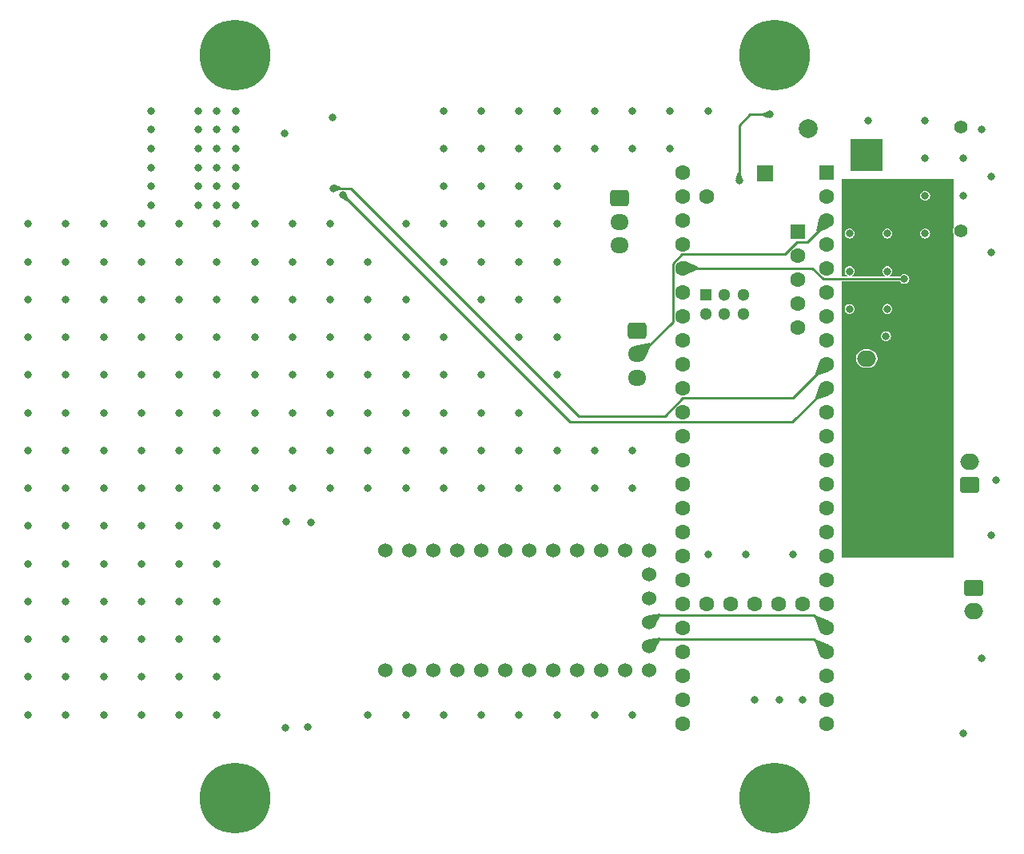
<source format=gbl>
G04 #@! TF.GenerationSoftware,KiCad,Pcbnew,8.0.1*
G04 #@! TF.CreationDate,2025-04-08T18:27:35-04:00*
G04 #@! TF.ProjectId,GHOUL_V1.0,47484f55-4c5f-4563-912e-302e6b696361,rev?*
G04 #@! TF.SameCoordinates,Original*
G04 #@! TF.FileFunction,Copper,L4,Bot*
G04 #@! TF.FilePolarity,Positive*
%FSLAX46Y46*%
G04 Gerber Fmt 4.6, Leading zero omitted, Abs format (unit mm)*
G04 Created by KiCad (PCBNEW 8.0.1) date 2025-04-08 18:27:35*
%MOMM*%
%LPD*%
G01*
G04 APERTURE LIST*
G04 Aperture macros list*
%AMRoundRect*
0 Rectangle with rounded corners*
0 $1 Rounding radius*
0 $2 $3 $4 $5 $6 $7 $8 $9 X,Y pos of 4 corners*
0 Add a 4 corners polygon primitive as box body*
4,1,4,$2,$3,$4,$5,$6,$7,$8,$9,$2,$3,0*
0 Add four circle primitives for the rounded corners*
1,1,$1+$1,$2,$3*
1,1,$1+$1,$4,$5*
1,1,$1+$1,$6,$7*
1,1,$1+$1,$8,$9*
0 Add four rect primitives between the rounded corners*
20,1,$1+$1,$2,$3,$4,$5,0*
20,1,$1+$1,$4,$5,$6,$7,0*
20,1,$1+$1,$6,$7,$8,$9,0*
20,1,$1+$1,$8,$9,$2,$3,0*%
G04 Aperture macros list end*
G04 #@! TA.AperFunction,HeatsinkPad*
%ADD10C,0.500000*%
G04 #@! TD*
G04 #@! TA.AperFunction,HeatsinkPad*
%ADD11R,1.680000X1.680000*%
G04 #@! TD*
G04 #@! TA.AperFunction,ComponentPad*
%ADD12C,7.500000*%
G04 #@! TD*
G04 #@! TA.AperFunction,ComponentPad*
%ADD13RoundRect,0.250000X0.750000X-0.600000X0.750000X0.600000X-0.750000X0.600000X-0.750000X-0.600000X0*%
G04 #@! TD*
G04 #@! TA.AperFunction,ComponentPad*
%ADD14O,2.000000X1.700000*%
G04 #@! TD*
G04 #@! TA.AperFunction,ComponentPad*
%ADD15RoundRect,0.250000X-0.750000X0.600000X-0.750000X-0.600000X0.750000X-0.600000X0.750000X0.600000X0*%
G04 #@! TD*
G04 #@! TA.AperFunction,ComponentPad*
%ADD16RoundRect,0.250000X-0.725000X0.600000X-0.725000X-0.600000X0.725000X-0.600000X0.725000X0.600000X0*%
G04 #@! TD*
G04 #@! TA.AperFunction,ComponentPad*
%ADD17O,1.950000X1.700000*%
G04 #@! TD*
G04 #@! TA.AperFunction,ComponentPad*
%ADD18C,2.000000*%
G04 #@! TD*
G04 #@! TA.AperFunction,ComponentPad*
%ADD19C,1.524000*%
G04 #@! TD*
G04 #@! TA.AperFunction,ComponentPad*
%ADD20C,1.400000*%
G04 #@! TD*
G04 #@! TA.AperFunction,ComponentPad*
%ADD21R,3.500000X3.500000*%
G04 #@! TD*
G04 #@! TA.AperFunction,ComponentPad*
%ADD22C,3.500000*%
G04 #@! TD*
G04 #@! TA.AperFunction,ComponentPad*
%ADD23R,1.600000X1.600000*%
G04 #@! TD*
G04 #@! TA.AperFunction,ComponentPad*
%ADD24C,1.600000*%
G04 #@! TD*
G04 #@! TA.AperFunction,ComponentPad*
%ADD25R,1.300000X1.300000*%
G04 #@! TD*
G04 #@! TA.AperFunction,ComponentPad*
%ADD26C,1.300000*%
G04 #@! TD*
G04 #@! TA.AperFunction,ViaPad*
%ADD27C,0.800000*%
G04 #@! TD*
G04 #@! TA.AperFunction,ViaPad*
%ADD28C,1.200000*%
G04 #@! TD*
G04 #@! TA.AperFunction,Conductor*
%ADD29C,0.250000*%
G04 #@! TD*
G04 APERTURE END LIST*
D10*
X182443551Y-73016051D03*
X182443551Y-74196051D03*
D11*
X183033551Y-73606051D03*
D10*
X183623551Y-73016051D03*
X183623551Y-74196051D03*
D12*
X184046051Y-61116051D03*
X126896051Y-61116051D03*
X126896051Y-139856051D03*
X184046051Y-139856051D03*
D13*
X204700000Y-106650000D03*
D14*
X204700000Y-104150000D03*
D15*
X205100000Y-117550000D03*
D14*
X205100000Y-120050000D03*
D16*
X167640000Y-76280000D03*
D17*
X167640000Y-78780000D03*
X167640000Y-81280000D03*
D18*
X187636051Y-68896051D03*
D15*
X193826051Y-90756051D03*
D14*
X193826051Y-93256051D03*
D19*
X170726051Y-116091051D03*
X170726051Y-118631051D03*
X170726051Y-121171051D03*
X170726051Y-123711051D03*
X170726051Y-113551051D03*
X170726051Y-126251051D03*
X168186051Y-126251051D03*
X165646051Y-126251051D03*
X163106051Y-126251051D03*
X160566051Y-126251051D03*
X158026051Y-126251051D03*
X155486051Y-126251051D03*
X152946051Y-126251051D03*
X150406051Y-126251051D03*
X147866051Y-126251051D03*
X145326051Y-126251051D03*
X142786051Y-126251051D03*
X168186051Y-113551051D03*
X165646051Y-113551051D03*
X163106051Y-113551051D03*
X158026051Y-113551051D03*
X160566051Y-113551051D03*
X155486051Y-113551051D03*
X152946051Y-113551051D03*
X150406051Y-113551051D03*
X147866051Y-113551051D03*
X145326051Y-113551051D03*
X142786051Y-113551051D03*
D20*
X203786051Y-79696051D03*
X203786051Y-68696051D03*
D21*
X193786051Y-71696051D03*
D22*
X193786051Y-76696051D03*
D23*
X189556051Y-73526051D03*
D24*
X189556051Y-76066051D03*
X189556051Y-78606051D03*
X189556051Y-81146051D03*
X189556051Y-83686051D03*
X189556051Y-86226051D03*
X189556051Y-88766051D03*
X189556051Y-91306051D03*
X189556051Y-93846051D03*
X189556051Y-96386051D03*
X189556051Y-98926051D03*
X189556051Y-101466051D03*
X189556051Y-104006051D03*
X189556051Y-106546051D03*
X189556051Y-109086051D03*
X189556051Y-111626051D03*
X189556051Y-114166051D03*
X189556051Y-116706051D03*
X189556051Y-119246051D03*
X189556051Y-121786051D03*
X189556051Y-124326051D03*
X189556051Y-126866051D03*
X189556051Y-129406051D03*
X189556051Y-131946051D03*
X174316051Y-131946051D03*
X174316051Y-129406051D03*
X174316051Y-126866051D03*
X174316051Y-124326051D03*
X174316051Y-121786051D03*
X174316051Y-119246051D03*
X174316051Y-116706051D03*
X174316051Y-114166051D03*
X174316051Y-111626051D03*
X174316051Y-109086051D03*
X174316051Y-106546051D03*
X174316051Y-104006051D03*
X174316051Y-101466051D03*
X174316051Y-98926051D03*
X174316051Y-96386051D03*
X174316051Y-93846051D03*
X174316051Y-91306051D03*
X174316051Y-88766051D03*
X174316051Y-86226051D03*
X174316051Y-83686051D03*
X174316051Y-81146051D03*
X174316051Y-78606051D03*
X174316051Y-76066051D03*
X174316051Y-73526051D03*
X176856051Y-76066051D03*
X187016051Y-119246051D03*
X184476051Y-119246051D03*
X181936051Y-119246051D03*
X179396051Y-119246051D03*
X176856051Y-119246051D03*
D23*
X186505251Y-79825251D03*
D24*
X186505251Y-82365251D03*
X186505251Y-84905251D03*
X186505251Y-87445251D03*
X186505251Y-89985251D03*
D25*
X176754451Y-86496051D03*
D26*
X178754451Y-86496051D03*
X180754451Y-86496051D03*
X180754451Y-88496051D03*
X178754451Y-88496051D03*
X176754451Y-88496051D03*
D16*
X169500000Y-90266051D03*
D17*
X169500000Y-92766051D03*
X169500000Y-95266051D03*
D27*
X132271051Y-132366051D03*
X134941051Y-110586051D03*
X132351051Y-110566051D03*
X134591051Y-132316051D03*
X186996051Y-129426051D03*
X181936051Y-129386051D03*
X184536051Y-129446051D03*
X204000000Y-72000000D03*
X109000000Y-107000000D03*
X117000000Y-107000000D03*
X145000000Y-99000000D03*
X121000000Y-83000000D03*
X105000000Y-111000000D03*
X127000000Y-69000000D03*
X149000000Y-67000000D03*
X129000000Y-79000000D03*
X165000000Y-107000000D03*
X157000000Y-83000000D03*
X145000000Y-103000000D03*
X161000000Y-71000000D03*
X169000000Y-67000000D03*
X105000000Y-87000000D03*
X133000000Y-99000000D03*
X133000000Y-87000000D03*
X105000000Y-123000000D03*
X157000000Y-67000000D03*
X113000000Y-87000000D03*
X137000000Y-107000000D03*
X129000000Y-103000000D03*
X145000000Y-91000000D03*
X127000000Y-77000000D03*
X200000000Y-72000000D03*
X161000000Y-87000000D03*
X145000000Y-131000000D03*
X161000000Y-131000000D03*
X127000000Y-73000000D03*
X123000000Y-75000000D03*
X157000000Y-103000000D03*
X153000000Y-75000000D03*
X121000000Y-127000000D03*
X125000000Y-75000000D03*
X157000000Y-87000000D03*
X133000000Y-83000000D03*
X121000000Y-79000000D03*
X161000000Y-67000000D03*
X137000000Y-95000000D03*
X113000000Y-107000000D03*
X125000000Y-67000000D03*
X206000000Y-125000000D03*
X113000000Y-83000000D03*
X173000000Y-71000000D03*
X117000000Y-103000000D03*
X127000000Y-67000000D03*
X129000000Y-107000000D03*
X165000000Y-71000000D03*
X149000000Y-83000000D03*
X109000000Y-79000000D03*
X109000000Y-111000000D03*
X129000000Y-95000000D03*
X118000000Y-71000000D03*
X169000000Y-103000000D03*
X125000000Y-95000000D03*
X109000000Y-87000000D03*
X123000000Y-73000000D03*
X153000000Y-83000000D03*
X105000000Y-115000000D03*
X113000000Y-127000000D03*
X105000000Y-107000000D03*
X129000000Y-83000000D03*
X121000000Y-99000000D03*
X123000000Y-69000000D03*
X186000000Y-114000000D03*
X105000000Y-95000000D03*
X157000000Y-99000000D03*
X194000000Y-68000000D03*
X196000000Y-88000000D03*
X161000000Y-79000000D03*
X121000000Y-95000000D03*
X207000000Y-112000000D03*
X204000000Y-76000000D03*
X165000000Y-131000000D03*
X137000000Y-99000000D03*
X207000000Y-82000000D03*
X149000000Y-107000000D03*
X145000000Y-79000000D03*
X125000000Y-111000000D03*
X165000000Y-67000000D03*
X153000000Y-131000000D03*
X109000000Y-83000000D03*
X141000000Y-91000000D03*
X117000000Y-115000000D03*
X165000000Y-103000000D03*
X153000000Y-103000000D03*
X149000000Y-103000000D03*
X153000000Y-95000000D03*
X192000000Y-88000000D03*
X133000000Y-107000000D03*
X105000000Y-99000000D03*
X117000000Y-91000000D03*
X121000000Y-103000000D03*
X207000000Y-74000000D03*
X123000000Y-77000000D03*
X109000000Y-115000000D03*
X200000000Y-76000000D03*
X113000000Y-119000000D03*
X105000000Y-119000000D03*
X113000000Y-123000000D03*
X117000000Y-83000000D03*
X125000000Y-119000000D03*
X206000000Y-69000000D03*
X117000000Y-123000000D03*
X137000000Y-103000000D03*
X127000000Y-71000000D03*
X141000000Y-107000000D03*
X117000000Y-131000000D03*
X105000000Y-103000000D03*
X117000000Y-111000000D03*
X125000000Y-131000000D03*
X133000000Y-91000000D03*
X149000000Y-91000000D03*
X145000000Y-95000000D03*
X121000000Y-131000000D03*
X125000000Y-127000000D03*
X125000000Y-91000000D03*
X125000000Y-87000000D03*
X117000000Y-99000000D03*
X118000000Y-73000000D03*
X173000000Y-67000000D03*
X117000000Y-127000000D03*
X113000000Y-91000000D03*
X113000000Y-111000000D03*
X109000000Y-123000000D03*
X200000000Y-80000000D03*
X149000000Y-79000000D03*
X105000000Y-83000000D03*
X169000000Y-131000000D03*
X145000000Y-107000000D03*
X141000000Y-87000000D03*
X161000000Y-103000000D03*
X129000000Y-87000000D03*
X129000000Y-99000000D03*
X109000000Y-119000000D03*
X125000000Y-99000000D03*
X141000000Y-83000000D03*
X113000000Y-95000000D03*
X161000000Y-91000000D03*
X125000000Y-73000000D03*
X121000000Y-123000000D03*
X118000000Y-77000000D03*
X157000000Y-107000000D03*
X196000000Y-80000000D03*
X125000000Y-71000000D03*
X157000000Y-131000000D03*
X113000000Y-99000000D03*
X125000000Y-69000000D03*
X123000000Y-71000000D03*
X157000000Y-71000000D03*
X177000000Y-114000000D03*
X118000000Y-69000000D03*
X153000000Y-71000000D03*
X161000000Y-75000000D03*
X153000000Y-67000000D03*
X137000000Y-87000000D03*
X121000000Y-87000000D03*
X121000000Y-115000000D03*
X149000000Y-131000000D03*
X200000000Y-68000000D03*
X133000000Y-79000000D03*
X121000000Y-111000000D03*
X157000000Y-91000000D03*
X109000000Y-127000000D03*
X117000000Y-79000000D03*
X113000000Y-103000000D03*
X149000000Y-75000000D03*
X133000000Y-103000000D03*
X105000000Y-131000000D03*
X109000000Y-99000000D03*
X117000000Y-119000000D03*
X118000000Y-67000000D03*
X192000000Y-84000000D03*
X207493629Y-106139228D03*
X141000000Y-103000000D03*
X129000000Y-91000000D03*
X141000000Y-99000000D03*
X125000000Y-123000000D03*
X161000000Y-95000000D03*
X153000000Y-79000000D03*
X145000000Y-87000000D03*
X161000000Y-83000000D03*
X141000000Y-95000000D03*
X137000000Y-83000000D03*
X149000000Y-99000000D03*
X127000000Y-75000000D03*
X204000000Y-133000000D03*
X125000000Y-115000000D03*
X153000000Y-99000000D03*
X105000000Y-79000000D03*
X125000000Y-79000000D03*
X169000000Y-107000000D03*
X125000000Y-83000000D03*
X105000000Y-91000000D03*
X109000000Y-131000000D03*
X121000000Y-119000000D03*
X118000000Y-75000000D03*
X109000000Y-91000000D03*
X109000000Y-103000000D03*
X125000000Y-107000000D03*
X121000000Y-91000000D03*
X123000000Y-67000000D03*
X113000000Y-115000000D03*
X141000000Y-131000000D03*
X137000000Y-79000000D03*
X133000000Y-95000000D03*
X125000000Y-103000000D03*
X157000000Y-75000000D03*
X177000000Y-67000000D03*
X105000000Y-127000000D03*
X196000000Y-84000000D03*
X109000000Y-95000000D03*
X161000000Y-107000000D03*
X113000000Y-79000000D03*
X181000000Y-114000000D03*
X121000000Y-107000000D03*
X169000000Y-71000000D03*
X153000000Y-107000000D03*
X192000000Y-80000000D03*
X113000000Y-131000000D03*
X117000000Y-95000000D03*
X149000000Y-95000000D03*
X137000000Y-91000000D03*
X157000000Y-79000000D03*
X125000000Y-77000000D03*
X153000000Y-87000000D03*
X149000000Y-71000000D03*
X117000000Y-87000000D03*
X195856051Y-90886051D03*
X197800000Y-84816051D03*
X138300000Y-75900000D03*
X137300000Y-75200000D03*
D28*
X201116051Y-110026051D03*
X201136051Y-112496051D03*
D27*
X180316051Y-74366051D03*
X183566051Y-67386051D03*
X137200000Y-67700000D03*
X132200000Y-69400000D03*
D29*
X189198298Y-84816051D02*
X197800000Y-84816051D01*
X188068298Y-83686051D02*
X189198298Y-84816051D01*
X174316051Y-83686051D02*
X188068298Y-83686051D01*
X186466051Y-80877251D02*
X187557251Y-80877251D01*
X174276051Y-82206051D02*
X185137251Y-82206051D01*
X185137251Y-82206051D02*
X186466051Y-80877251D01*
X173264051Y-83218051D02*
X174276051Y-82206051D01*
X173264051Y-89338051D02*
X173264051Y-83218051D01*
X187557251Y-80877251D02*
X189556051Y-78878451D01*
X189556051Y-78878451D02*
X189556051Y-78606051D01*
X169836051Y-92766051D02*
X173264051Y-89338051D01*
X138300000Y-75900000D02*
X162387551Y-99987551D01*
X162387551Y-99987551D02*
X185954551Y-99987551D01*
X185954551Y-99987551D02*
X189556051Y-96386051D01*
X139200000Y-75200000D02*
X163336051Y-99336051D01*
X137300000Y-75200000D02*
X139200000Y-75200000D01*
X163336051Y-99336051D02*
X172418298Y-99336051D01*
X174316298Y-97438051D02*
X185964051Y-97438051D01*
X172418298Y-99336051D02*
X174316298Y-97438051D01*
X185964051Y-97438051D02*
X189556051Y-93846051D01*
X170776051Y-123716051D02*
X171538050Y-122954052D01*
X188184052Y-122954052D02*
X189556051Y-124326051D01*
X171538050Y-122954052D02*
X188184052Y-122954052D01*
X188184052Y-120414052D02*
X189556051Y-121786051D01*
X170776051Y-121176051D02*
X171538050Y-120414052D01*
X171538050Y-120414052D02*
X188184052Y-120414052D01*
X183566051Y-67386051D02*
X181476051Y-67386051D01*
X181476051Y-67386051D02*
X180316051Y-68546051D01*
X180316051Y-68546051D02*
X180316051Y-74366051D01*
G04 #@! TA.AperFunction,Conductor*
G36*
X203037745Y-74264357D02*
G01*
X203056051Y-74308551D01*
X203056051Y-79288701D01*
X203047678Y-79319950D01*
X203025927Y-79357623D01*
X203025927Y-79357625D01*
X202972175Y-79523054D01*
X202953993Y-79696051D01*
X202972175Y-79869047D01*
X203025927Y-80034476D01*
X203025928Y-80034480D01*
X203035482Y-80051028D01*
X203047677Y-80072150D01*
X203056051Y-80103399D01*
X203056051Y-114283551D01*
X203037745Y-114327745D01*
X202993551Y-114346051D01*
X191198551Y-114346051D01*
X191154357Y-114327745D01*
X191136051Y-114283551D01*
X191136051Y-93352326D01*
X192698551Y-93352326D01*
X192736115Y-93541177D01*
X192736117Y-93541185D01*
X192809801Y-93719071D01*
X192916777Y-93879171D01*
X193052931Y-94015325D01*
X193213031Y-94122301D01*
X193292350Y-94155156D01*
X193390916Y-94195984D01*
X193390920Y-94195985D01*
X193390925Y-94195987D01*
X193579776Y-94233551D01*
X194072326Y-94233551D01*
X194261177Y-94195987D01*
X194261183Y-94195984D01*
X194261185Y-94195984D01*
X194303662Y-94178388D01*
X194439071Y-94122301D01*
X194599171Y-94015325D01*
X194735325Y-93879171D01*
X194842301Y-93719071D01*
X194915987Y-93541177D01*
X194953551Y-93352326D01*
X194953551Y-93159776D01*
X194915987Y-92970925D01*
X194915985Y-92970920D01*
X194915984Y-92970916D01*
X194875156Y-92872350D01*
X194842301Y-92793031D01*
X194735325Y-92632931D01*
X194599171Y-92496777D01*
X194599170Y-92496776D01*
X194439073Y-92389802D01*
X194439071Y-92389801D01*
X194261185Y-92316117D01*
X194261177Y-92316115D01*
X194072326Y-92278551D01*
X193579776Y-92278551D01*
X193390924Y-92316115D01*
X193390916Y-92316117D01*
X193213030Y-92389801D01*
X193213028Y-92389802D01*
X193052931Y-92496776D01*
X192916776Y-92632931D01*
X192809802Y-92793028D01*
X192809801Y-92793030D01*
X192736117Y-92970916D01*
X192736115Y-92970924D01*
X192698551Y-93159775D01*
X192698551Y-93352326D01*
X191136051Y-93352326D01*
X191136051Y-90886052D01*
X195323999Y-90886052D01*
X195342126Y-91023749D01*
X195342127Y-91023752D01*
X195342128Y-91023756D01*
X195395280Y-91152077D01*
X195479833Y-91262269D01*
X195590025Y-91346822D01*
X195718346Y-91399974D01*
X195718350Y-91399974D01*
X195718352Y-91399975D01*
X195856049Y-91418103D01*
X195856051Y-91418103D01*
X195856053Y-91418103D01*
X195993749Y-91399975D01*
X195993749Y-91399974D01*
X195993756Y-91399974D01*
X196122077Y-91346822D01*
X196232269Y-91262269D01*
X196316822Y-91152077D01*
X196369974Y-91023756D01*
X196388103Y-90886051D01*
X196369974Y-90748346D01*
X196316822Y-90620025D01*
X196232269Y-90509833D01*
X196122077Y-90425280D01*
X195993756Y-90372128D01*
X195993753Y-90372127D01*
X195993752Y-90372127D01*
X195993749Y-90372126D01*
X195856053Y-90353999D01*
X195856049Y-90353999D01*
X195718352Y-90372126D01*
X195718349Y-90372127D01*
X195718346Y-90372127D01*
X195718346Y-90372128D01*
X195590025Y-90425280D01*
X195479833Y-90509833D01*
X195395280Y-90620025D01*
X195342127Y-90748349D01*
X195342126Y-90748352D01*
X195323999Y-90886049D01*
X195323999Y-90886052D01*
X191136051Y-90886052D01*
X191136051Y-88000001D01*
X191467948Y-88000001D01*
X191486075Y-88137698D01*
X191486076Y-88137701D01*
X191486077Y-88137705D01*
X191539229Y-88266026D01*
X191623782Y-88376218D01*
X191733974Y-88460771D01*
X191862295Y-88513923D01*
X191862299Y-88513923D01*
X191862301Y-88513924D01*
X191999998Y-88532052D01*
X192000000Y-88532052D01*
X192000002Y-88532052D01*
X192137698Y-88513924D01*
X192137698Y-88513923D01*
X192137705Y-88513923D01*
X192266026Y-88460771D01*
X192376218Y-88376218D01*
X192460771Y-88266026D01*
X192513923Y-88137705D01*
X192532052Y-88000001D01*
X195467948Y-88000001D01*
X195486075Y-88137698D01*
X195486076Y-88137701D01*
X195486077Y-88137705D01*
X195539229Y-88266026D01*
X195623782Y-88376218D01*
X195733974Y-88460771D01*
X195862295Y-88513923D01*
X195862299Y-88513923D01*
X195862301Y-88513924D01*
X195999998Y-88532052D01*
X196000000Y-88532052D01*
X196000002Y-88532052D01*
X196137698Y-88513924D01*
X196137698Y-88513923D01*
X196137705Y-88513923D01*
X196266026Y-88460771D01*
X196376218Y-88376218D01*
X196460771Y-88266026D01*
X196513923Y-88137705D01*
X196532052Y-88000000D01*
X196513923Y-87862295D01*
X196460771Y-87733974D01*
X196376218Y-87623782D01*
X196266026Y-87539229D01*
X196137705Y-87486077D01*
X196137702Y-87486076D01*
X196137701Y-87486076D01*
X196137698Y-87486075D01*
X196000002Y-87467948D01*
X195999998Y-87467948D01*
X195862301Y-87486075D01*
X195862298Y-87486076D01*
X195862295Y-87486076D01*
X195862295Y-87486077D01*
X195733974Y-87539229D01*
X195623782Y-87623782D01*
X195539229Y-87733974D01*
X195486076Y-87862298D01*
X195486075Y-87862301D01*
X195467948Y-87999998D01*
X195467948Y-88000001D01*
X192532052Y-88000001D01*
X192532052Y-88000000D01*
X192513923Y-87862295D01*
X192460771Y-87733974D01*
X192376218Y-87623782D01*
X192266026Y-87539229D01*
X192137705Y-87486077D01*
X192137702Y-87486076D01*
X192137701Y-87486076D01*
X192137698Y-87486075D01*
X192000002Y-87467948D01*
X191999998Y-87467948D01*
X191862301Y-87486075D01*
X191862298Y-87486076D01*
X191862295Y-87486076D01*
X191862295Y-87486077D01*
X191733974Y-87539229D01*
X191623782Y-87623782D01*
X191539229Y-87733974D01*
X191486076Y-87862298D01*
X191486075Y-87862301D01*
X191467948Y-87999998D01*
X191467948Y-88000001D01*
X191136051Y-88000001D01*
X191136051Y-85131051D01*
X191154357Y-85086857D01*
X191198551Y-85068551D01*
X197298029Y-85068551D01*
X197342223Y-85086857D01*
X197347610Y-85092999D01*
X197423782Y-85192269D01*
X197533974Y-85276822D01*
X197662295Y-85329974D01*
X197662299Y-85329974D01*
X197662301Y-85329975D01*
X197799998Y-85348103D01*
X197800000Y-85348103D01*
X197800002Y-85348103D01*
X197937698Y-85329975D01*
X197937698Y-85329974D01*
X197937705Y-85329974D01*
X198066026Y-85276822D01*
X198176218Y-85192269D01*
X198260771Y-85082077D01*
X198313923Y-84953756D01*
X198332052Y-84816051D01*
X198313923Y-84678346D01*
X198260771Y-84550025D01*
X198176218Y-84439833D01*
X198066026Y-84355280D01*
X197937705Y-84302128D01*
X197937702Y-84302127D01*
X197937701Y-84302127D01*
X197937698Y-84302126D01*
X197800002Y-84283999D01*
X197799998Y-84283999D01*
X197662301Y-84302126D01*
X197662298Y-84302127D01*
X197662295Y-84302127D01*
X197662295Y-84302128D01*
X197533974Y-84355280D01*
X197423780Y-84439834D01*
X197347614Y-84539098D01*
X197306187Y-84563016D01*
X197298029Y-84563551D01*
X196316199Y-84563551D01*
X196272005Y-84545245D01*
X196253699Y-84501051D01*
X196272005Y-84456857D01*
X196278148Y-84451469D01*
X196376218Y-84376218D01*
X196460771Y-84266026D01*
X196513923Y-84137705D01*
X196532052Y-84000000D01*
X196513923Y-83862295D01*
X196460771Y-83733974D01*
X196376218Y-83623782D01*
X196266026Y-83539229D01*
X196137705Y-83486077D01*
X196137702Y-83486076D01*
X196137701Y-83486076D01*
X196137698Y-83486075D01*
X196000002Y-83467948D01*
X195999998Y-83467948D01*
X195862301Y-83486075D01*
X195862298Y-83486076D01*
X195862295Y-83486076D01*
X195862295Y-83486077D01*
X195733974Y-83539229D01*
X195623782Y-83623782D01*
X195539229Y-83733974D01*
X195486076Y-83862298D01*
X195486075Y-83862301D01*
X195467948Y-83999998D01*
X195467948Y-84000001D01*
X195486075Y-84137698D01*
X195486076Y-84137701D01*
X195486077Y-84137705D01*
X195539229Y-84266026D01*
X195623782Y-84376218D01*
X195721848Y-84451466D01*
X195745766Y-84492893D01*
X195733386Y-84539098D01*
X195691959Y-84563016D01*
X195683801Y-84563551D01*
X192316199Y-84563551D01*
X192272005Y-84545245D01*
X192253699Y-84501051D01*
X192272005Y-84456857D01*
X192278148Y-84451469D01*
X192376218Y-84376218D01*
X192460771Y-84266026D01*
X192513923Y-84137705D01*
X192532052Y-84000000D01*
X192513923Y-83862295D01*
X192460771Y-83733974D01*
X192376218Y-83623782D01*
X192266026Y-83539229D01*
X192137705Y-83486077D01*
X192137702Y-83486076D01*
X192137701Y-83486076D01*
X192137698Y-83486075D01*
X192000002Y-83467948D01*
X191999998Y-83467948D01*
X191862301Y-83486075D01*
X191862298Y-83486076D01*
X191862295Y-83486076D01*
X191862295Y-83486077D01*
X191733974Y-83539229D01*
X191623782Y-83623782D01*
X191539229Y-83733974D01*
X191486076Y-83862298D01*
X191486075Y-83862301D01*
X191467948Y-83999998D01*
X191467948Y-84000001D01*
X191486075Y-84137698D01*
X191486076Y-84137701D01*
X191486077Y-84137705D01*
X191539229Y-84266026D01*
X191623782Y-84376218D01*
X191721848Y-84451466D01*
X191745766Y-84492893D01*
X191733386Y-84539098D01*
X191691959Y-84563016D01*
X191683801Y-84563551D01*
X191198551Y-84563551D01*
X191154357Y-84545245D01*
X191136051Y-84501051D01*
X191136051Y-80000001D01*
X191467948Y-80000001D01*
X191486075Y-80137698D01*
X191486076Y-80137701D01*
X191486077Y-80137705D01*
X191539229Y-80266026D01*
X191623782Y-80376218D01*
X191733974Y-80460771D01*
X191862295Y-80513923D01*
X191862299Y-80513923D01*
X191862301Y-80513924D01*
X191999998Y-80532052D01*
X192000000Y-80532052D01*
X192000002Y-80532052D01*
X192137698Y-80513924D01*
X192137698Y-80513923D01*
X192137705Y-80513923D01*
X192266026Y-80460771D01*
X192376218Y-80376218D01*
X192460771Y-80266026D01*
X192513923Y-80137705D01*
X192513924Y-80137698D01*
X192532052Y-80000001D01*
X195467948Y-80000001D01*
X195486075Y-80137698D01*
X195486076Y-80137701D01*
X195486077Y-80137705D01*
X195539229Y-80266026D01*
X195623782Y-80376218D01*
X195733974Y-80460771D01*
X195862295Y-80513923D01*
X195862299Y-80513923D01*
X195862301Y-80513924D01*
X195999998Y-80532052D01*
X196000000Y-80532052D01*
X196000002Y-80532052D01*
X196137698Y-80513924D01*
X196137698Y-80513923D01*
X196137705Y-80513923D01*
X196266026Y-80460771D01*
X196376218Y-80376218D01*
X196460771Y-80266026D01*
X196513923Y-80137705D01*
X196513924Y-80137698D01*
X196532052Y-80000001D01*
X199467948Y-80000001D01*
X199486075Y-80137698D01*
X199486076Y-80137701D01*
X199486077Y-80137705D01*
X199539229Y-80266026D01*
X199623782Y-80376218D01*
X199733974Y-80460771D01*
X199862295Y-80513923D01*
X199862299Y-80513923D01*
X199862301Y-80513924D01*
X199999998Y-80532052D01*
X200000000Y-80532052D01*
X200000002Y-80532052D01*
X200137698Y-80513924D01*
X200137698Y-80513923D01*
X200137705Y-80513923D01*
X200266026Y-80460771D01*
X200376218Y-80376218D01*
X200460771Y-80266026D01*
X200513923Y-80137705D01*
X200513924Y-80137698D01*
X200532052Y-80000001D01*
X200532052Y-79999998D01*
X200513924Y-79862301D01*
X200513923Y-79862298D01*
X200513923Y-79862295D01*
X200460771Y-79733974D01*
X200376218Y-79623782D01*
X200266026Y-79539229D01*
X200137705Y-79486077D01*
X200137702Y-79486076D01*
X200137701Y-79486076D01*
X200137698Y-79486075D01*
X200000002Y-79467948D01*
X199999998Y-79467948D01*
X199862301Y-79486075D01*
X199862298Y-79486076D01*
X199862295Y-79486076D01*
X199862295Y-79486077D01*
X199773024Y-79523054D01*
X199733974Y-79539229D01*
X199623782Y-79623782D01*
X199539229Y-79733974D01*
X199486076Y-79862298D01*
X199486075Y-79862301D01*
X199467948Y-79999998D01*
X199467948Y-80000001D01*
X196532052Y-80000001D01*
X196532052Y-79999998D01*
X196513924Y-79862301D01*
X196513923Y-79862298D01*
X196513923Y-79862295D01*
X196460771Y-79733974D01*
X196376218Y-79623782D01*
X196266026Y-79539229D01*
X196137705Y-79486077D01*
X196137702Y-79486076D01*
X196137701Y-79486076D01*
X196137698Y-79486075D01*
X196000002Y-79467948D01*
X195999998Y-79467948D01*
X195862301Y-79486075D01*
X195862298Y-79486076D01*
X195862295Y-79486076D01*
X195862295Y-79486077D01*
X195773024Y-79523054D01*
X195733974Y-79539229D01*
X195623782Y-79623782D01*
X195539229Y-79733974D01*
X195486076Y-79862298D01*
X195486075Y-79862301D01*
X195467948Y-79999998D01*
X195467948Y-80000001D01*
X192532052Y-80000001D01*
X192532052Y-79999998D01*
X192513924Y-79862301D01*
X192513923Y-79862298D01*
X192513923Y-79862295D01*
X192460771Y-79733974D01*
X192376218Y-79623782D01*
X192266026Y-79539229D01*
X192137705Y-79486077D01*
X192137702Y-79486076D01*
X192137701Y-79486076D01*
X192137698Y-79486075D01*
X192000002Y-79467948D01*
X191999998Y-79467948D01*
X191862301Y-79486075D01*
X191862298Y-79486076D01*
X191862295Y-79486076D01*
X191862295Y-79486077D01*
X191773024Y-79523054D01*
X191733974Y-79539229D01*
X191623782Y-79623782D01*
X191539229Y-79733974D01*
X191486076Y-79862298D01*
X191486075Y-79862301D01*
X191467948Y-79999998D01*
X191467948Y-80000001D01*
X191136051Y-80000001D01*
X191136051Y-76000001D01*
X199467948Y-76000001D01*
X199486075Y-76137698D01*
X199486076Y-76137701D01*
X199486077Y-76137705D01*
X199539229Y-76266026D01*
X199623782Y-76376218D01*
X199733974Y-76460771D01*
X199862295Y-76513923D01*
X199862299Y-76513923D01*
X199862301Y-76513924D01*
X199999998Y-76532052D01*
X200000000Y-76532052D01*
X200000002Y-76532052D01*
X200137698Y-76513924D01*
X200137698Y-76513923D01*
X200137705Y-76513923D01*
X200266026Y-76460771D01*
X200376218Y-76376218D01*
X200460771Y-76266026D01*
X200513923Y-76137705D01*
X200532052Y-76000000D01*
X200513923Y-75862295D01*
X200460771Y-75733974D01*
X200376218Y-75623782D01*
X200266026Y-75539229D01*
X200137705Y-75486077D01*
X200137702Y-75486076D01*
X200137701Y-75486076D01*
X200137698Y-75486075D01*
X200000002Y-75467948D01*
X199999998Y-75467948D01*
X199862301Y-75486075D01*
X199862298Y-75486076D01*
X199862295Y-75486076D01*
X199862295Y-75486077D01*
X199733974Y-75539229D01*
X199623782Y-75623782D01*
X199539229Y-75733974D01*
X199486076Y-75862298D01*
X199486075Y-75862301D01*
X199467948Y-75999998D01*
X199467948Y-76000001D01*
X191136051Y-76000001D01*
X191136051Y-74308551D01*
X191154357Y-74264357D01*
X191198551Y-74246051D01*
X202993551Y-74246051D01*
X203037745Y-74264357D01*
G37*
G04 #@! TD.AperFunction*
G04 #@! TA.AperFunction,Conductor*
G36*
X174632775Y-82951983D02*
G01*
X174633291Y-82952212D01*
X175909368Y-83557879D01*
X175915372Y-83564522D01*
X175916051Y-83568449D01*
X175916051Y-83803652D01*
X175912624Y-83811925D01*
X175909368Y-83814222D01*
X174633302Y-84419884D01*
X174624358Y-84420335D01*
X174617715Y-84414331D01*
X174617481Y-84413804D01*
X174587949Y-84342741D01*
X174316915Y-83690538D01*
X174316905Y-83681589D01*
X174617481Y-82958296D01*
X174623820Y-82951972D01*
X174632775Y-82951983D01*
G37*
G04 #@! TD.AperFunction*
G04 #@! TA.AperFunction,Conductor*
G36*
X188829865Y-78305237D02*
G01*
X189552263Y-78603488D01*
X189558602Y-78609813D01*
X189558613Y-78609838D01*
X189858035Y-79335071D01*
X189858024Y-79344026D01*
X189852430Y-79350012D01*
X188683893Y-79931171D01*
X188674959Y-79931787D01*
X188670410Y-79928968D01*
X188504101Y-79762659D01*
X188500674Y-79754386D01*
X188500941Y-79751906D01*
X188813973Y-78313564D01*
X188819080Y-78306211D01*
X188827893Y-78304622D01*
X188829865Y-78305237D01*
G37*
G04 #@! TD.AperFunction*
G04 #@! TA.AperFunction,Conductor*
G36*
X170835275Y-91595611D02*
G01*
X170837145Y-91597130D01*
X171003669Y-91763654D01*
X171007096Y-91771927D01*
X171006012Y-91776845D01*
X170359619Y-93172280D01*
X170353033Y-93178346D01*
X170344085Y-93177978D01*
X170343882Y-93177882D01*
X169503636Y-92768872D01*
X169497706Y-92762195D01*
X169213543Y-91944953D01*
X169214063Y-91936013D01*
X169220751Y-91930059D01*
X169222191Y-91929659D01*
X170826476Y-91593951D01*
X170835275Y-91595611D01*
G37*
G04 #@! TD.AperFunction*
G04 #@! TA.AperFunction,Conductor*
G36*
X138668044Y-75751253D02*
G01*
X138674206Y-75757239D01*
X138950747Y-76369928D01*
X138951027Y-76378878D01*
X138948356Y-76383014D01*
X138783014Y-76548356D01*
X138774741Y-76551783D01*
X138769928Y-76550747D01*
X138157239Y-76274206D01*
X138151108Y-76267679D01*
X138151232Y-76259090D01*
X138297437Y-75903802D01*
X138303753Y-75897457D01*
X138659090Y-75751232D01*
X138668044Y-75751253D01*
G37*
G04 #@! TD.AperFunction*
G04 #@! TA.AperFunction,Conductor*
G36*
X188828303Y-96084592D02*
G01*
X188844990Y-96091482D01*
X189552263Y-96383488D01*
X189558602Y-96389813D01*
X189558613Y-96389838D01*
X189857507Y-97113794D01*
X189857496Y-97122749D01*
X189851157Y-97129074D01*
X189850619Y-97129280D01*
X188520038Y-97603326D01*
X188511094Y-97602875D01*
X188507838Y-97600578D01*
X188341523Y-97434263D01*
X188338096Y-97425990D01*
X188338773Y-97422069D01*
X188812822Y-96091479D01*
X188818825Y-96084839D01*
X188827769Y-96084388D01*
X188828303Y-96084592D01*
G37*
G04 #@! TD.AperFunction*
G04 #@! TA.AperFunction,Conductor*
G36*
X137480696Y-74840890D02*
G01*
X138092437Y-75072141D01*
X138098964Y-75078272D01*
X138100000Y-75083085D01*
X138100000Y-75316914D01*
X138096573Y-75325187D01*
X138092437Y-75327858D01*
X137463655Y-75565551D01*
X137454705Y-75565271D01*
X137448719Y-75559109D01*
X137352306Y-75327858D01*
X137300875Y-75204499D01*
X137300855Y-75195550D01*
X137448719Y-74840889D01*
X137455066Y-74834572D01*
X137463654Y-74834448D01*
X137480696Y-74840890D01*
G37*
G04 #@! TD.AperFunction*
G04 #@! TA.AperFunction,Conductor*
G36*
X188828303Y-93544592D02*
G01*
X188844990Y-93551482D01*
X189552263Y-93843488D01*
X189558602Y-93849813D01*
X189558613Y-93849838D01*
X189857507Y-94573794D01*
X189857496Y-94582749D01*
X189851157Y-94589074D01*
X189850619Y-94589280D01*
X188520038Y-95063326D01*
X188511094Y-95062875D01*
X188507838Y-95060578D01*
X188341523Y-94894263D01*
X188338096Y-94885990D01*
X188338773Y-94882069D01*
X188812822Y-93551479D01*
X188818825Y-93544839D01*
X188827769Y-93544388D01*
X188828303Y-93544592D01*
G37*
G04 #@! TD.AperFunction*
G04 #@! TA.AperFunction,Conductor*
G36*
X171940588Y-122832916D02*
G01*
X171944809Y-122840814D01*
X171944865Y-122841960D01*
X171944865Y-123076011D01*
X171943385Y-123081707D01*
X171435117Y-123993560D01*
X171428095Y-123999118D01*
X171420425Y-123998676D01*
X170732289Y-123714044D01*
X170725954Y-123707715D01*
X170725061Y-123703217D01*
X170726037Y-122959642D01*
X170729475Y-122951373D01*
X170736590Y-122948013D01*
X171932020Y-122830316D01*
X171940588Y-122832916D01*
G37*
G04 #@! TD.AperFunction*
G04 #@! TA.AperFunction,Conductor*
G36*
X188520033Y-123108774D02*
G01*
X189850620Y-123582822D01*
X189857262Y-123588825D01*
X189857713Y-123597769D01*
X189857507Y-123598307D01*
X189558613Y-124322263D01*
X189552288Y-124328602D01*
X189552263Y-124328613D01*
X188828307Y-124627507D01*
X188819352Y-124627496D01*
X188813027Y-124621157D01*
X188812831Y-124620647D01*
X188338775Y-123290035D01*
X188339226Y-123281094D01*
X188341520Y-123277841D01*
X188507839Y-123111522D01*
X188516111Y-123108096D01*
X188520033Y-123108774D01*
G37*
G04 #@! TD.AperFunction*
G04 #@! TA.AperFunction,Conductor*
G36*
X188520033Y-120568774D02*
G01*
X189850620Y-121042822D01*
X189857262Y-121048825D01*
X189857713Y-121057769D01*
X189857507Y-121058307D01*
X189558613Y-121782263D01*
X189552288Y-121788602D01*
X189552263Y-121788613D01*
X188828307Y-122087507D01*
X188819352Y-122087496D01*
X188813027Y-122081157D01*
X188812831Y-122080647D01*
X188338775Y-120750035D01*
X188339226Y-120741094D01*
X188341520Y-120737841D01*
X188507839Y-120571522D01*
X188516111Y-120568096D01*
X188520033Y-120568774D01*
G37*
G04 #@! TD.AperFunction*
G04 #@! TA.AperFunction,Conductor*
G36*
X171940588Y-120292916D02*
G01*
X171944809Y-120300814D01*
X171944865Y-120301960D01*
X171944865Y-120536011D01*
X171943385Y-120541707D01*
X171435117Y-121453560D01*
X171428095Y-121459118D01*
X171420425Y-121458676D01*
X170732289Y-121174044D01*
X170725954Y-121167715D01*
X170725061Y-121163217D01*
X170726037Y-120419642D01*
X170729475Y-120411373D01*
X170736590Y-120408013D01*
X171932020Y-120290316D01*
X171940588Y-120292916D01*
G37*
G04 #@! TD.AperFunction*
G04 #@! TA.AperFunction,Conductor*
G36*
X183411345Y-67020779D02*
G01*
X183417331Y-67026941D01*
X183565174Y-67381549D01*
X183565195Y-67390503D01*
X183565174Y-67390553D01*
X183417331Y-67745160D01*
X183410984Y-67751478D01*
X183402395Y-67751602D01*
X182773614Y-67513909D01*
X182767087Y-67507778D01*
X182766051Y-67502965D01*
X182766051Y-67269136D01*
X182769478Y-67260863D01*
X182773614Y-67258192D01*
X183402396Y-67020499D01*
X183411345Y-67020779D01*
G37*
G04 #@! TD.AperFunction*
G04 #@! TA.AperFunction,Conductor*
G36*
X180441239Y-73569478D02*
G01*
X180443910Y-73573614D01*
X180681602Y-74202395D01*
X180681322Y-74211345D01*
X180675160Y-74217331D01*
X180320553Y-74365174D01*
X180311599Y-74365195D01*
X180311549Y-74365174D01*
X179956941Y-74217331D01*
X179950623Y-74210984D01*
X179950499Y-74202396D01*
X180188192Y-73573613D01*
X180194323Y-73567087D01*
X180199136Y-73566051D01*
X180432966Y-73566051D01*
X180441239Y-73569478D01*
G37*
G04 #@! TD.AperFunction*
M02*

</source>
